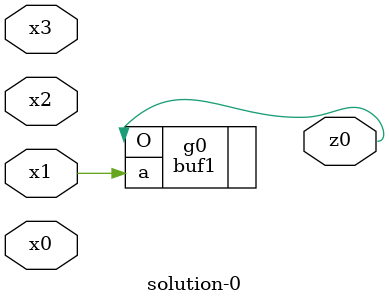
<source format=v>
module \solution-0 (
  x0, x1, x2, x3,
  z0 );
  input x0, x1, x2, x3;
  output z0;
  buf1  g0(.a(x1), .O(z0));
endmodule

</source>
